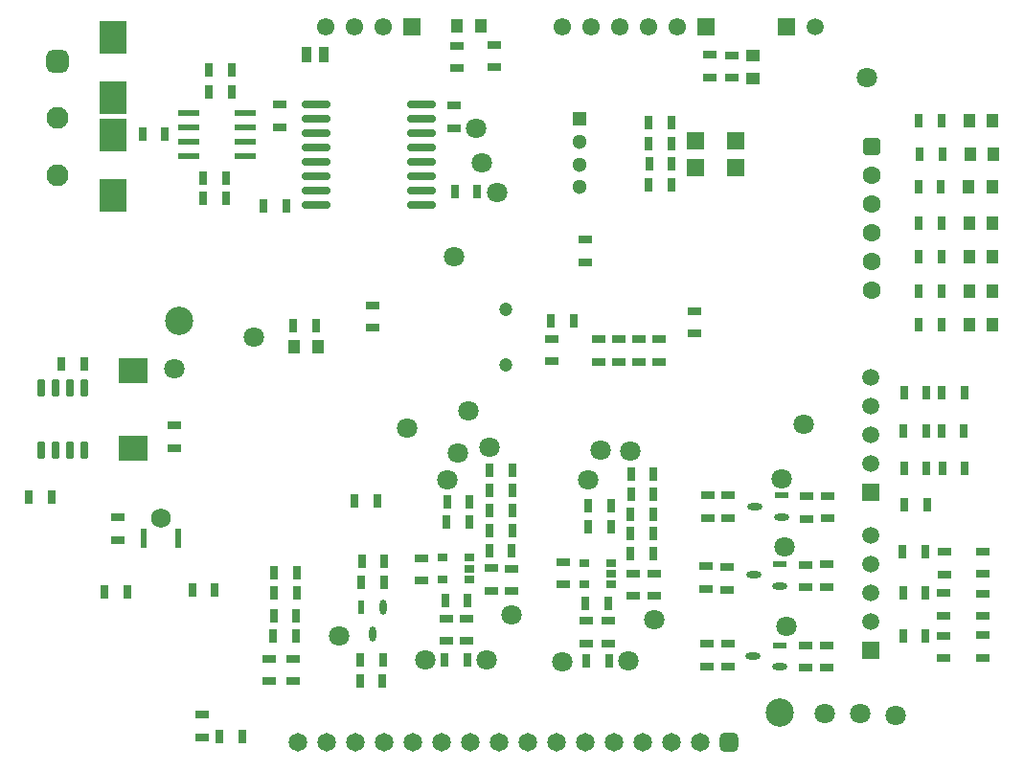
<source format=gbr>
%TF.GenerationSoftware,Altium Limited,Altium Designer,24.7.2 (38)*%
G04 Layer_Color=255*
%FSLAX45Y45*%
%MOMM*%
%TF.SameCoordinates,313A2AA4-CFAA-4B56-AAC7-ADE98D6BBF51*%
%TF.FilePolarity,Positive*%
%TF.FileFunction,Pads,Bot*%
%TF.Part,Single*%
G01*
G75*
%TA.AperFunction,ComponentPad*%
%ADD24C,1.60000*%
G04:AMPARAMS|DCode=25|XSize=1.6mm|YSize=1.6mm|CornerRadius=0.4mm|HoleSize=0mm|Usage=FLASHONLY|Rotation=270.000|XOffset=0mm|YOffset=0mm|HoleType=Round|Shape=RoundedRectangle|*
%AMROUNDEDRECTD25*
21,1,1.60000,0.80000,0,0,270.0*
21,1,0.80000,1.60000,0,0,270.0*
1,1,0.80000,-0.40000,-0.40000*
1,1,0.80000,-0.40000,0.40000*
1,1,0.80000,0.40000,0.40000*
1,1,0.80000,0.40000,-0.40000*
%
%ADD25ROUNDEDRECTD25*%
%ADD26C,1.80000*%
%ADD27C,2.50000*%
%ADD28C,1.20000*%
%ADD29C,1.50000*%
%ADD30R,1.50000X1.50000*%
%ADD31C,1.30000*%
%ADD32R,1.30000X1.30000*%
%ADD33R,1.55000X1.55000*%
%ADD34C,1.55000*%
%ADD35C,1.95000*%
G04:AMPARAMS|DCode=36|XSize=1.95mm|YSize=1.95mm|CornerRadius=0.4875mm|HoleSize=0mm|Usage=FLASHONLY|Rotation=270.000|XOffset=0mm|YOffset=0mm|HoleType=Round|Shape=RoundedRectangle|*
%AMROUNDEDRECTD36*
21,1,1.95000,0.97500,0,0,270.0*
21,1,0.97500,1.95000,0,0,270.0*
1,1,0.97500,-0.48750,-0.48750*
1,1,0.97500,-0.48750,0.48750*
1,1,0.97500,0.48750,0.48750*
1,1,0.97500,0.48750,-0.48750*
%
%ADD36ROUNDEDRECTD36*%
%ADD37R,1.50000X1.50000*%
%ADD38C,1.65000*%
G04:AMPARAMS|DCode=39|XSize=1.65mm|YSize=1.65mm|CornerRadius=0.4125mm|HoleSize=0mm|Usage=FLASHONLY|Rotation=0.000|XOffset=0mm|YOffset=0mm|HoleType=Round|Shape=RoundedRectangle|*
%AMROUNDEDRECTD39*
21,1,1.65000,0.82500,0,0,0.0*
21,1,0.82500,1.65000,0,0,0.0*
1,1,0.82500,0.41250,-0.41250*
1,1,0.82500,-0.41250,-0.41250*
1,1,0.82500,-0.41250,0.41250*
1,1,0.82500,0.41250,0.41250*
%
%ADD39ROUNDEDRECTD39*%
%TA.AperFunction,SMDPad,CuDef*%
%ADD42R,0.80000X1.25000*%
%ADD43R,1.25000X0.80000*%
G04:AMPARAMS|DCode=44|XSize=0.6mm|YSize=1.45mm|CornerRadius=0.051mm|HoleSize=0mm|Usage=FLASHONLY|Rotation=0.000|XOffset=0mm|YOffset=0mm|HoleType=Round|Shape=RoundedRectangle|*
%AMROUNDEDRECTD44*
21,1,0.60000,1.34800,0,0,0.0*
21,1,0.49800,1.45000,0,0,0.0*
1,1,0.10200,0.24900,-0.67400*
1,1,0.10200,-0.24900,-0.67400*
1,1,0.10200,-0.24900,0.67400*
1,1,0.10200,0.24900,0.67400*
%
%ADD44ROUNDEDRECTD44*%
%ADD45R,0.58000X1.73000*%
%ADD46C,1.73970*%
%ADD47R,1.10000X1.20000*%
%ADD48R,1.52400X1.52400*%
%ADD49R,1.20000X1.10000*%
%ADD50R,1.30822X0.61583*%
G04:AMPARAMS|DCode=51|XSize=1.30822mm|YSize=0.61583mm|CornerRadius=0.30791mm|HoleSize=0mm|Usage=FLASHONLY|Rotation=180.000|XOffset=0mm|YOffset=0mm|HoleType=Round|Shape=RoundedRectangle|*
%AMROUNDEDRECTD51*
21,1,1.30822,0.00000,0,0,180.0*
21,1,0.69239,0.61583,0,0,180.0*
1,1,0.61583,-0.34620,0.00000*
1,1,0.61583,0.34620,0.00000*
1,1,0.61583,0.34620,0.00000*
1,1,0.61583,-0.34620,0.00000*
%
%ADD51ROUNDEDRECTD51*%
%ADD52R,0.61583X1.30822*%
G04:AMPARAMS|DCode=53|XSize=1.30822mm|YSize=0.61583mm|CornerRadius=0.30791mm|HoleSize=0mm|Usage=FLASHONLY|Rotation=270.000|XOffset=0mm|YOffset=0mm|HoleType=Round|Shape=RoundedRectangle|*
%AMROUNDEDRECTD53*
21,1,1.30822,0.00000,0,0,270.0*
21,1,0.69239,0.61583,0,0,270.0*
1,1,0.61583,0.00000,-0.34620*
1,1,0.61583,0.00000,0.34620*
1,1,0.61583,0.00000,0.34620*
1,1,0.61583,0.00000,-0.34620*
%
%ADD53ROUNDEDRECTD53*%
%ADD54R,0.90000X0.65000*%
%ADD55R,2.40000X3.00000*%
%ADD56R,1.98000X0.53000*%
%ADD57R,0.95000X1.35000*%
%ADD58O,2.60000X0.70000*%
%ADD59R,2.50000X2.20000*%
D24*
X7667500Y4731000D02*
D03*
Y5239000D02*
D03*
Y4985000D02*
D03*
Y4477000D02*
D03*
Y4223000D02*
D03*
D25*
Y5493000D02*
D03*
D26*
X4289984Y2835000D02*
D03*
X3555000Y3005000D02*
D03*
X7060000Y3035000D02*
D03*
X6867500Y2552500D02*
D03*
X7622500Y6100000D02*
D03*
X2205000Y3807500D02*
D03*
X6912500Y1247500D02*
D03*
X2955000Y1162500D02*
D03*
X7562500Y477500D02*
D03*
X4100000Y3152500D02*
D03*
X7250000Y477500D02*
D03*
X6897500Y1955000D02*
D03*
X1502500Y3530000D02*
D03*
X5742500Y1312492D02*
D03*
X5533750Y2803750D02*
D03*
X5267500Y2805000D02*
D03*
X5512500Y947500D02*
D03*
X5155000Y2545000D02*
D03*
X4932233Y936234D02*
D03*
X4260000Y952500D02*
D03*
X4478726Y1350000D02*
D03*
X3722500Y957500D02*
D03*
X4009984Y2781656D02*
D03*
X3909984Y2550000D02*
D03*
X3975000Y4517500D02*
D03*
X4167500Y5652500D02*
D03*
X4215000Y5352500D02*
D03*
X4357500Y5090000D02*
D03*
X7872500Y465000D02*
D03*
D27*
X1545000Y3952500D02*
D03*
X6847500Y490000D02*
D03*
D28*
X4427500Y3566000D02*
D03*
Y4054000D02*
D03*
D29*
X7167000Y6550000D02*
D03*
X7655000Y3448000D02*
D03*
Y3194000D02*
D03*
Y2686000D02*
D03*
Y2940000D02*
D03*
Y2058000D02*
D03*
Y1804000D02*
D03*
Y1296000D02*
D03*
Y1550000D02*
D03*
D30*
X6913000Y6550000D02*
D03*
D31*
X5082496Y5135000D02*
D03*
Y5335000D02*
D03*
Y5535000D02*
D03*
D32*
Y5735000D02*
D03*
D33*
X6203500Y6550000D02*
D03*
X3600000Y6552500D02*
D03*
D34*
X5949500Y6550000D02*
D03*
X5695500D02*
D03*
X5441500D02*
D03*
X5187500D02*
D03*
X4933500D02*
D03*
X3346000Y6552500D02*
D03*
X3092000D02*
D03*
X2838000D02*
D03*
D35*
X467498Y5242552D02*
D03*
Y5742551D02*
D03*
D36*
Y6242550D02*
D03*
D37*
X7655000Y2432000D02*
D03*
Y1042000D02*
D03*
D38*
X5135000Y227000D02*
D03*
X5389000D02*
D03*
X5643000D02*
D03*
X6151000D02*
D03*
X5897000D02*
D03*
X4881000D02*
D03*
X4627000D02*
D03*
X4373000D02*
D03*
X4119000D02*
D03*
X3865000D02*
D03*
X3611000D02*
D03*
X3357000D02*
D03*
X3103000D02*
D03*
X2849000D02*
D03*
X2595000D02*
D03*
D39*
X6405000D02*
D03*
D42*
X3295000Y2359984D02*
D03*
X3095000D02*
D03*
X1082500Y1552484D02*
D03*
X882500D02*
D03*
X5030000Y3949984D02*
D03*
X4830000D02*
D03*
X1860000Y1569984D02*
D03*
X1660000D02*
D03*
X8140000Y1549983D02*
D03*
X7940000D02*
D03*
X8140000Y1169983D02*
D03*
X7940000D02*
D03*
X5895300Y5700917D02*
D03*
X5695300D02*
D03*
X5895300Y5153417D02*
D03*
X5695300D02*
D03*
X2580000Y1722416D02*
D03*
X2380000D02*
D03*
X2577500Y1344916D02*
D03*
X2377500D02*
D03*
X2575000Y1167416D02*
D03*
X2375000D02*
D03*
X3342500Y957516D02*
D03*
X3142500D02*
D03*
X3140000Y769984D02*
D03*
X3340000D02*
D03*
X3355000Y1640016D02*
D03*
X3155000D02*
D03*
X3357500Y1830016D02*
D03*
X3157500D02*
D03*
X8280000Y5717516D02*
D03*
X8080000D02*
D03*
X8277500Y5140016D02*
D03*
X8077500D02*
D03*
X8287500Y5422516D02*
D03*
X8087500D02*
D03*
X8280000Y4817516D02*
D03*
X8080000D02*
D03*
X8280000Y4517516D02*
D03*
X8080000D02*
D03*
X8280000Y4217516D02*
D03*
X8080000D02*
D03*
X8280000Y3917516D02*
D03*
X8080000D02*
D03*
X3909984Y2350000D02*
D03*
X4109984D02*
D03*
X3907484Y2174984D02*
D03*
X4107484D02*
D03*
X4489984Y2630017D02*
D03*
X4289984D02*
D03*
Y2452484D02*
D03*
X4489984D02*
D03*
X5157500Y2319983D02*
D03*
X5357500D02*
D03*
X5160000Y2134984D02*
D03*
X5360000D02*
D03*
X5735000Y2595000D02*
D03*
X5535000D02*
D03*
X5537500Y2417483D02*
D03*
X5737500D02*
D03*
X4482484Y1922500D02*
D03*
X4282484D02*
D03*
X4284984Y2099984D02*
D03*
X4484984D02*
D03*
X4287484Y2274984D02*
D03*
X4487484D02*
D03*
X5532500Y2069984D02*
D03*
X5732500D02*
D03*
X5532500Y2237483D02*
D03*
X5732500D02*
D03*
Y1892516D02*
D03*
X5532500D02*
D03*
X5135000Y1454984D02*
D03*
X5335001D02*
D03*
X5140000Y947484D02*
D03*
X5340000D02*
D03*
X3889984Y954984D02*
D03*
X4089984D02*
D03*
X3894984Y1482484D02*
D03*
X4094984D02*
D03*
X2552500Y3912484D02*
D03*
X2752500D02*
D03*
X1900000Y277484D02*
D03*
X2100000D02*
D03*
X5897800Y5338417D02*
D03*
X5697800D02*
D03*
X5895300Y5520917D02*
D03*
X5695300D02*
D03*
X8287500Y2647484D02*
D03*
X8487500D02*
D03*
X8280000Y2977484D02*
D03*
X8480000D02*
D03*
X8282500Y3319984D02*
D03*
X8482500D02*
D03*
X8152500Y2330016D02*
D03*
X7952500D02*
D03*
X7937500Y1907483D02*
D03*
X8137500D02*
D03*
X2580000Y1544900D02*
D03*
X2380000D02*
D03*
X7950000Y2650000D02*
D03*
X8150000D02*
D03*
X7947500Y2974811D02*
D03*
X8147500D02*
D03*
X7950000Y3319984D02*
D03*
X8150000D02*
D03*
X4177500Y5092516D02*
D03*
X3977500D02*
D03*
X1755000Y5032484D02*
D03*
X1955000D02*
D03*
X1807500Y6169984D02*
D03*
X2007500D02*
D03*
X1805000Y5977500D02*
D03*
X2005000D02*
D03*
X2490000Y4965016D02*
D03*
X2290000D02*
D03*
X1757500Y5209984D02*
D03*
X1957500D02*
D03*
X1217500Y5599984D02*
D03*
X1417500D02*
D03*
X415000Y2397516D02*
D03*
X215000D02*
D03*
X502500Y3572484D02*
D03*
X702500D02*
D03*
D43*
X7270016Y1799083D02*
D03*
Y1599083D02*
D03*
X6197483Y1581583D02*
D03*
Y1781583D02*
D03*
X3250016Y4090000D02*
D03*
Y3890000D02*
D03*
X5607516Y3787500D02*
D03*
Y3587500D02*
D03*
X5785016Y3787500D02*
D03*
Y3587500D02*
D03*
X5247516Y3787500D02*
D03*
Y3587500D02*
D03*
X5430016Y3787500D02*
D03*
Y3587500D02*
D03*
X4834984Y3592500D02*
D03*
Y3792500D02*
D03*
X1747516Y472500D02*
D03*
Y272500D02*
D03*
X6097516Y4037500D02*
D03*
Y3837500D02*
D03*
X8302516Y1545000D02*
D03*
Y1345000D02*
D03*
X8642516Y1542500D02*
D03*
Y1342500D02*
D03*
Y1172500D02*
D03*
Y972500D02*
D03*
X8645016Y1915000D02*
D03*
Y1715000D02*
D03*
X6427500Y6300000D02*
D03*
Y6100000D02*
D03*
X6235032Y6102500D02*
D03*
Y6302500D02*
D03*
X5132484Y4670000D02*
D03*
Y4470000D02*
D03*
X2552500Y764900D02*
D03*
Y964900D02*
D03*
X2340016Y764900D02*
D03*
Y964900D02*
D03*
X7077516Y883291D02*
D03*
Y1083291D02*
D03*
X7265000Y883291D02*
D03*
Y1083291D02*
D03*
X6385016Y1576583D02*
D03*
Y1776583D02*
D03*
X6390016Y895791D02*
D03*
Y1095791D02*
D03*
X6204984D02*
D03*
Y895791D02*
D03*
X6395016Y2210000D02*
D03*
Y2410000D02*
D03*
X6214984D02*
D03*
Y2210000D02*
D03*
X7080016Y1594083D02*
D03*
Y1794083D02*
D03*
X7090016Y2202500D02*
D03*
Y2402500D02*
D03*
X7275016Y2203291D02*
D03*
Y2403291D02*
D03*
X3682500Y1655000D02*
D03*
Y1855000D02*
D03*
X4479968Y1762500D02*
D03*
Y1562500D02*
D03*
X4299968Y1765000D02*
D03*
Y1565000D02*
D03*
X4940017Y1620000D02*
D03*
Y1820000D02*
D03*
X5554984Y1717499D02*
D03*
Y1517499D02*
D03*
X5739984Y1717499D02*
D03*
Y1517499D02*
D03*
X5137517Y1100000D02*
D03*
Y1300000D02*
D03*
X5337500Y1100000D02*
D03*
Y1300000D02*
D03*
X3905000Y1120000D02*
D03*
Y1320000D02*
D03*
X4082500Y1120000D02*
D03*
Y1320000D02*
D03*
X8305016Y1707500D02*
D03*
Y1907500D02*
D03*
X8302516Y970000D02*
D03*
Y1170000D02*
D03*
X3997484Y6385000D02*
D03*
Y6185000D02*
D03*
X4327484Y6392500D02*
D03*
Y6192500D02*
D03*
X2427516Y5665000D02*
D03*
Y5865000D02*
D03*
X3970016Y5657500D02*
D03*
Y5857500D02*
D03*
X1002484Y2215000D02*
D03*
Y2015000D02*
D03*
X1502484Y3025000D02*
D03*
Y2825000D02*
D03*
D44*
X322000Y3355000D02*
D03*
X449000D02*
D03*
X576000D02*
D03*
X703000D02*
D03*
X322000Y2810000D02*
D03*
X449000D02*
D03*
X576000D02*
D03*
X703000D02*
D03*
D45*
X1532500Y2026903D02*
D03*
X1232500D02*
D03*
D46*
X1382500Y2205000D02*
D03*
D47*
X3997500Y6560000D02*
D03*
X4207500D02*
D03*
X8525000Y5717500D02*
D03*
X8735000D02*
D03*
X8522500Y5140000D02*
D03*
X8732500D02*
D03*
X8532500Y5422500D02*
D03*
X8742500D02*
D03*
X8525000Y4817500D02*
D03*
X8735000D02*
D03*
X8525000Y4517500D02*
D03*
X8735000D02*
D03*
Y4217500D02*
D03*
X8525000D02*
D03*
X8735000Y3917500D02*
D03*
X8525000D02*
D03*
X2557500Y3722500D02*
D03*
X2767500D02*
D03*
D48*
X6107200Y5545000D02*
D03*
X6462800D02*
D03*
X6107200Y5305000D02*
D03*
X6462800D02*
D03*
D49*
X6615016Y6090000D02*
D03*
Y6300000D02*
D03*
D50*
X6854999Y1799083D02*
D03*
X6850000Y1083291D02*
D03*
X6867500Y2407500D02*
D03*
D51*
X6854999Y1609083D02*
D03*
X6620000Y1704083D02*
D03*
X6850000Y893291D02*
D03*
X6615000Y988291D02*
D03*
X6867500Y2217500D02*
D03*
X6632500Y2312500D02*
D03*
D52*
X3155000Y1417500D02*
D03*
D53*
X3345000D02*
D03*
X3250000Y1182500D02*
D03*
D54*
X4109984Y1857500D02*
D03*
Y1762500D02*
D03*
Y1667500D02*
D03*
X3869984D02*
D03*
Y1857500D02*
D03*
X5360000Y1812500D02*
D03*
Y1717500D02*
D03*
Y1622500D02*
D03*
X5120000D02*
D03*
Y1812500D02*
D03*
D55*
X955000Y6460300D02*
D03*
Y5926900D02*
D03*
Y5059700D02*
D03*
Y5593100D02*
D03*
D56*
X1631000Y5404500D02*
D03*
Y5531500D02*
D03*
Y5658500D02*
D03*
Y5785500D02*
D03*
X2124000D02*
D03*
Y5658500D02*
D03*
Y5531500D02*
D03*
Y5404500D02*
D03*
D57*
X2672500Y6305000D02*
D03*
X2822500D02*
D03*
D58*
X2757500Y4975500D02*
D03*
Y5102500D02*
D03*
Y5229500D02*
D03*
Y5356500D02*
D03*
Y5483500D02*
D03*
Y5610500D02*
D03*
Y5737500D02*
D03*
Y5864500D02*
D03*
X3682500Y4975500D02*
D03*
Y5102500D02*
D03*
Y5229500D02*
D03*
Y5356500D02*
D03*
Y5483500D02*
D03*
Y5610500D02*
D03*
Y5737500D02*
D03*
Y5864500D02*
D03*
D59*
X1140000Y2825000D02*
D03*
Y3515000D02*
D03*
%TF.MD5,082ab9115075780c9d3ebf23ce02fd3f*%
M02*

</source>
